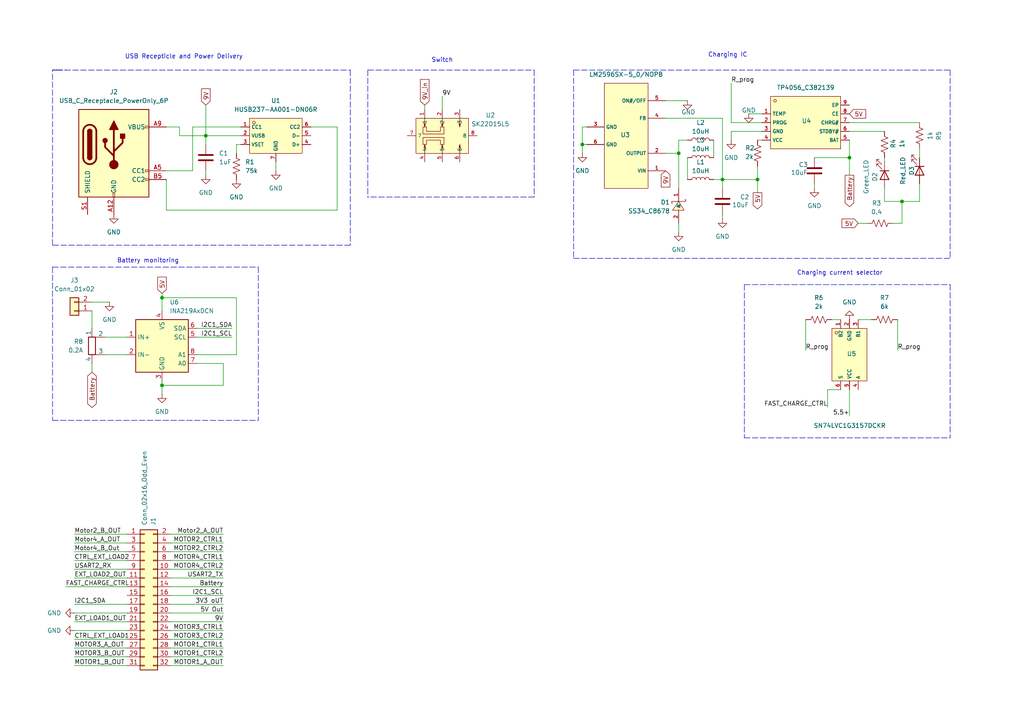
<source format=kicad_sch>
(kicad_sch (version 20231120) (generator "eeschema") (generator_version "8.0")
  (paper "A4")
  (title_block (title "EEE3088_Micro_Mouse_PCB") (date "2025-03-26") (rev "v3.0") (company "University of Cape Town") (comment 1 "@Author: Max Mendelow, Kholofelo Zondi"))
  (lib_symbols
    (symbol "Connector:USB_C_Receptacle_PowerOnly_6P" (pin_names (offset 1.016))
      (property "Reference" "J" (at 0 16.51 0))
      (property "Value" "USB_C_Receptacle_PowerOnly_6P" (at 0 13.97 0))
      (symbol "USB_C_Receptacle_PowerOnly_6P_0_0"
        (rectangle (start -0.254 -12.7) (end 0.254 -11.684))
        (rectangle (start 10.16 -7.366) (end 9.144 -7.874))
        (rectangle (start 10.16 -4.826) (end 9.144 -5.334))
        (rectangle (start 10.16 7.874) (end 9.144 7.366))
      )
      (symbol "USB_C_Receptacle_PowerOnly_6P_0_1"
        (rectangle (start -10.16 12.7) (end 10.16 -12.7) (stroke (width 0.254)) (fill (type background)))
        (arc (start -8.89 -1.27) (mid -6.985 -3.1667) (end -5.08 -1.27) (stroke (width 0.508)))
        (arc (start -7.62 -1.27) (mid -6.985 -1.9023) (end -6.35 -1.27) (stroke (width 0.254)))
        (arc (start -7.62 -1.27) (mid -6.985 -1.9023) (end -6.35 -1.27) (stroke (width 0.254)) (fill (type outline)))
        (rectangle (start -7.62 -1.27) (end -6.35 6.35) (stroke (width 0.254)) (fill (type outline)))
        (arc (start -6.35 6.35) (mid -6.985 6.9823) (end -7.62 6.35) (stroke (width 0.254)))
        (arc (start -6.35 6.35) (mid -6.985 6.9823) (end -7.62 6.35) (stroke (width 0.254)) (fill (type outline)))
        (arc (start -5.08 6.35) (mid -6.985 8.2467) (end -8.89 6.35) (stroke (width 0.508)))
        (circle (center -2.54 3.683) (radius 0.635) (stroke (width 0.254)) (fill (type outline)))
        (circle (center 0 -3.302) (radius 1.27) (fill (type outline)))
        (polyline (pts (xy -8.89 -1.27) (xy -8.89 6.35)) (stroke (width 0.508)))
        (polyline (pts (xy -5.08 6.35) (xy -5.08 -1.27)) (stroke (width 0.508)))
        (polyline (pts (xy 0 -3.302) (xy 0 6.858)) (stroke (width 0.508)))
        (polyline (pts (xy 0 -0.762) (xy -2.54 1.778) (xy -2.54 3.048)) (stroke (width 0.508)))
        (polyline (pts (xy 0 0.508) (xy 2.54 3.048) (xy 2.54 4.318)) (stroke (width 0.508)))
        (polyline (pts (xy -1.27 6.858) (xy 0 9.398) (xy 1.27 6.858) (xy -1.27 6.858)) (stroke (width 0.254)) (fill (type outline)))
        (rectangle (start 1.905 4.318) (end 3.175 5.588) (stroke (width 0.254)) (fill (type outline)))
      )
      (symbol "USB_C_Receptacle_PowerOnly_6P_1_1"
        (pin passive line (at 0 -17.78 90) (length 5.08) (name "GND") (number "A12"))
        (pin bidirectional line (at 15.24 -5.08 180) (length 5.08) (name "CC1") (number "A5"))
        (pin passive line (at 15.24 7.62 180) (length 5.08) (name "VBUS") (number "A9"))
        (pin passive line (at 0 -17.78 90) (length 5.08) hide (name "GND") (number "B12"))
        (pin bidirectional line (at 15.24 -7.62 180) (length 5.08) (name "CC2") (number "B5"))
        (pin passive line (at 15.24 7.62 180) (length 5.08) hide (name "VBUS") (number "B9"))
        (pin passive line (at -7.62 -17.78 90) (length 5.08) (name "SHIELD") (number "S1"))
      )
    )
    (symbol "Connector_Generic:Conn_01x02" (pin_names (offset 1.016) hide)
      (property "Reference" "J" (at 0 2.54 0))
      (property "Value" "Conn_01x02" (at 0 -5.08 0))
      (symbol "Conn_01x02_1_1"
        (rectangle (start -1.27 -2.413) (end 0 -2.667) (stroke (width 0.1524)))
        (rectangle (start -1.27 0.127) (end 0 -0.127) (stroke (width 0.1524)))
        (rectangle (start -1.27 1.27) (end 1.27 -3.81) (stroke (width 0.254)) (fill (type background)))
        (pin passive line (at -5.08 0 0) (length 3.81) (name "Pin_1") (number "1"))
        (pin passive line (at -5.08 -2.54 0) (length 3.81) (name "Pin_2") (number "2"))
      )
    )
    (symbol "Connector_Generic:Conn_02x16_Odd_Even" (pin_names (offset 1.016) hide)
      (property "Reference" "J" (at 1.27 20.32 0))
      (property "Value" "Conn_02x16_Odd_Even" (at 1.27 -22.86 0))
      (symbol "Conn_02x16_Odd_Even_1_1"
        (rectangle (start -1.27 -20.193) (end 0 -20.447) (stroke (width 0.1524)))
        (rectangle (start -1.27 -17.653) (end 0 -17.907) (stroke (width 0.1524)))
        (rectangle (start -1.27 -15.113) (end 0 -15.367) (stroke (width 0.1524)))
        (rectangle (start -1.27 -12.573) (end 0 -12.827) (stroke (width 0.1524)))
        (rectangle (start -1.27 -10.033) (end 0 -10.287) (stroke (width 0.1524)))
        (rectangle (start -1.27 -7.493) (end 0 -7.747) (stroke (width 0.1524)))
        (rectangle (start -1.27 -4.953) (end 0 -5.207) (stroke (width 0.1524)))
        (rectangle (start -1.27 -2.413) (end 0 -2.667) (stroke (width 0.1524)))
        (rectangle (start -1.27 0.127) (end 0 -0.127) (stroke (width 0.1524)))
        (rectangle (start -1.27 2.667) (end 0 2.413) (stroke (width 0.1524)))
        (rectangle (start -1.27 5.207) (end 0 4.953) (stroke (width 0.1524)))
        (rectangle (start -1.27 7.747) (end 0 7.493) (stroke (width 0.1524)))
        (rectangle (start -1.27 10.287) (end 0 10.033) (stroke (width 0.1524)))
        (rectangle (start -1.27 12.827) (end 0 12.573) (stroke (width 0.1524)))
        (rectangle (start -1.27 15.367) (end 0 15.113) (stroke (width 0.1524)))
        (rectangle (start -1.27 17.907) (end 0 17.653) (stroke (width 0.1524)))
        (rectangle (start -1.27 19.05) (end 3.81 -21.59) (stroke (width 0.254)) (fill (type background)))
        (rectangle (start 3.81 -20.193) (end 2.54 -20.447) (stroke (width 0.1524)))
        (rectangle (start 3.81 -17.653) (end 2.54 -17.907) (stroke (width 0.1524)))
        (rectangle (start 3.81 -15.113) (end 2.54 -15.367) (stroke (width 0.1524)))
        (rectangle (start 3.81 -12.573) (end 2.54 -12.827) (stroke (width 0.1524)))
        (rectangle (start 3.81 -10.033) (end 2.54 -10.287) (stroke (width 0.1524)))
        (rectangle (start 3.81 -7.493) (end 2.54 -7.747) (stroke (width 0.1524)))
        (rectangle (start 3.81 -4.953) (end 2.54 -5.207) (stroke (width 0.1524)))
        (rectangle (start 3.81 -2.413) (end 2.54 -2.667) (stroke (width 0.1524)))
        (rectangle (start 3.81 0.127) (end 2.54 -0.127) (stroke (width 0.1524)))
        (rectangle (start 3.81 2.667) (end 2.54 2.413) (stroke (width 0.1524)))
        (rectangle (start 3.81 5.207) (end 2.54 4.953) (stroke (width 0.1524)))
        (rectangle (start 3.81 7.747) (end 2.54 7.493) (stroke (width 0.1524)))
        (rectangle (start 3.81 10.287) (end 2.54 10.033) (stroke (width 0.1524)))
        (rectangle (start 3.81 12.827) (end 2.54 12.573) (stroke (width 0.1524)))
        (rectangle (start 3.81 15.367) (end 2.54 15.113) (stroke (width 0.1524)))
        (rectangle (start 3.81 17.907) (end 2.54 17.653) (stroke (width 0.1524)))
        (pin passive line (at -5.08 17.78 0) (length 3.81) (name "Pin_1") (number "1"))
        (pin passive line (at 7.62 7.62 180) (length 3.81) (name "Pin_10") (number "10"))
        (pin passive line (at -5.08 5.08 0) (length 3.81) (name "Pin_11") (number "11"))
        (pin passive line (at 7.62 5.08 180) (length 3.81) (name "Pin_12") (number "12"))
        (pin passive line (at -5.08 2.54 0) (length 3.81) (name "Pin_13") (number "13"))
        (pin passive line (at 7.62 2.54 180) (length 3.81) (name "Pin_14") (number "14"))
        (pin passive line (at -5.08 0 0) (length 3.81) (name "Pin_15") (number "15"))
        (pin passive line (at 7.62 0 180) (length 3.81) (name "Pin_16") (number "16"))
        (pin passive line (at -5.08 -2.54 0) (length 3.81) (name "Pin_17") (number "17"))
        (pin passive line (at 7.62 -2.54 180) (length 3.81) (name "Pin_18") (number "18"))
        (pin passive line (at -5.08 -5.08 0) (length 3.81) (name "Pin_19") (number "19"))
        (pin passive line (at 7.62 17.78 180) (length 3.81) (name "Pin_2") (number "2"))
        (pin passive line (at 7.62 -5.08 180) (length 3.81) (name "Pin_20") (number "20"))
        (pin passive line (at -5.08 -7.62 0) (length 3.81) (name "Pin_21") (number "21"))
        (pin passive line (at 7.62 -7.62 180) (length 3.81) (name "Pin_22") (number "22"))
        (pin passive line (at -5.08 -10.16 0) (length 3.81) (name "Pin_23") (number "23"))
        (pin passive line (at 7.62 -10.16 180) (length 3.81) (name "Pin_24") (number "24"))
        (pin passive line (at -5.08 -12.7 0) (length 3.81) (name "Pin_25") (number "25"))
        (pin passive line (at 7.62 -12.7 180) (length 3.81) (name "Pin_26") (number "26"))
        (pin passive line (at -5.08 -15.24 0) (length 3.81) (name "Pin_27") (number "27"))
        (pin passive line (at 7.62 -15.24 180) (length 3.81) (name "Pin_28") (number "28"))
        (pin passive line (at -5.08 -17.78 0) (length 3.81) (name "Pin_29") (number "29"))
        (pin passive line (at -5.08 15.24 0) (length 3.81) (name "Pin_3") (number "3"))
        (pin passive line (at 7.62 -17.78 180) (length 3.81) (name "Pin_30") (number "30"))
        (pin passive line (at -5.08 -20.32 0) (length 3.81) (name "Pin_31") (number "31"))
        (pin passive line (at 7.62 -20.32 180) (length 3.81) (name "Pin_32") (number "32"))
        (pin passive line (at 7.62 15.24 180) (length 3.81) (name "Pin_4") (number "4"))
        (pin passive line (at -5.08 12.7 0) (length 3.81) (name "Pin_5") (number "5"))
        (pin passive line (at 7.62 12.7 180) (length 3.81) (name "Pin_6") (number "6"))
        (pin passive line (at -5.08 10.16 0) (length 3.81) (name "Pin_7") (number "7"))
        (pin passive line (at 7.62 10.16 180) (length 3.81) (name "Pin_8") (number "8"))
        (pin passive line (at -5.08 7.62 0) (length 3.81) (name "Pin_9") (number "9"))
      )
    )
    (symbol "Device:C" (pin_numbers hide) (pin_names (offset 0.254))
      (property "Reference" "C" (at 0.635 2.54 0))
      (property "Value" "C" (at 0.635 -2.54 0))
      (symbol "C_0_1"
        (polyline (pts (xy -2.032 -0.762) (xy 2.032 -0.762)) (stroke (width 0.508)))
        (polyline (pts (xy -2.032 0.762) (xy 2.032 0.762)) (stroke (width 0.508)))
      )
      (symbol "C_1_1"
        (pin passive line (at 0 3.81 270) (length 2.794) (name "~") (number "1"))
        (pin passive line (at 0 -3.81 90) (length 2.794) (name "~") (number "2"))
      )
    )
    (symbol "Device:L" (pin_numbers hide) (pin_names (offset 1.016) hide)
      (property "Reference" "L" (at -1.27 0 90))
      (property "Value" "L" (at 1.905 0 90))
      (symbol "L_0_1"
        (arc (start 0 -2.54) (mid 0.6323 -1.905) (end 0 -1.27))
        (arc (start 0 -1.27) (mid 0.6323 -0.635) (end 0 0))
        (arc (start 0 0) (mid 0.6323 0.635) (end 0 1.27))
        (arc (start 0 1.27) (mid 0.6323 1.905) (end 0 2.54))
      )
      (symbol "L_1_1"
        (pin passive line (at 0 3.81 270) (length 1.27) (name "1") (number "1"))
        (pin passive line (at 0 -3.81 90) (length 1.27) (name "2") (number "2"))
      )
    )
    (symbol "Device:LED" (pin_numbers hide) (pin_names (offset 1.016) hide)
      (property "Reference" "D" (at 0 2.54 0))
      (property "Value" "LED" (at 0 -2.54 0))
      (symbol "LED_0_1"
        (polyline (pts (xy -1.27 -1.27) (xy -1.27 1.27)) (stroke (width 0.254)))
        (polyline (pts (xy -1.27 0) (xy 1.27 0)))
        (polyline (pts (xy 1.27 -1.27) (xy 1.27 1.27) (xy -1.27 0) (xy 1.27 -1.27)) (stroke (width 0.254)))
        (polyline (pts (xy -3.048 -0.762) (xy -4.572 -2.286) (xy -3.81 -2.286) (xy -4.572 -2.286) (xy -4.572 -1.524)))
        (polyline (pts (xy -1.778 -0.762) (xy -3.302 -2.286) (xy -2.54 -2.286) (xy -3.302 -2.286) (xy -3.302 -1.524)))
      )
      (symbol "LED_1_1"
        (pin passive line (at -3.81 0 0) (length 2.54) (name "K") (number "1"))
        (pin passive line (at 3.81 0 180) (length 2.54) (name "A") (number "2"))
      )
    )
    (symbol "Device:R_Shunt" (pin_numbers hide) (pin_names (offset 0))
      (property "Reference" "R" (at -4.445 0 90))
      (property "Value" "R_Shunt" (at -2.54 0 90))
      (symbol "R_Shunt_0_1"
        (rectangle (start -1.016 -2.54) (end 1.016 2.54) (stroke (width 0.254)))
        (polyline (pts (xy 0 -2.54) (xy 1.27 -2.54)))
        (polyline (pts (xy 1.27 2.54) (xy 0 2.54)))
      )
      (symbol "R_Shunt_1_1"
        (pin passive line (at 0 5.08 270) (length 2.54) (name "1") (number "1"))
        (pin passive line (at 3.81 2.54 180) (length 2.54) (name "2") (number "2"))
        (pin passive line (at 3.81 -2.54 180) (length 2.54) (name "3") (number "3"))
        (pin passive line (at 0 -5.08 90) (length 2.54) (name "4") (number "4"))
      )
    )
    (symbol "Device:R_US" (pin_numbers hide) (pin_names (offset 0))
      (property "Reference" "R" (at 2.54 0 90))
      (property "Value" "R_US" (at -2.54 0 90))
      (symbol "R_US_0_1"
        (polyline (pts (xy 0 -2.286) (xy 0 -2.54)))
        (polyline (pts (xy 0 2.286) (xy 0 2.54)))
        (polyline (pts (xy 0 -0.762) (xy 1.016 -1.143) (xy 0 -1.524) (xy -1.016 -1.905) (xy 0 -2.286)))
        (polyline (pts (xy 0 0.762) (xy 1.016 0.381) (xy 0 0) (xy -1.016 -0.381) (xy 0 -0.762)))
        (polyline (pts (xy 0 2.286) (xy 1.016 1.905) (xy 0 1.524) (xy -1.016 1.143) (xy 0 0.762)))
      )
      (symbol "R_US_1_1"
        (pin passive line (at 0 3.81 270) (length 1.27) (name "~") (number "1"))
        (pin passive line (at 0 -3.81 90) (length 1.27) (name "~") (number "2"))
      )
    )
    (symbol "HUSB237-AA001-DN06R:HUSB237-AA001-DN06R"
      (property "Reference" "U" (at 0 1.27 0))
      (property "Value" "HUSB237-AA001-DN06R" (at 0 -2.54 0))
      (symbol "HUSB237-AA001-DN06R_0_1"
        (rectangle (start -7.62 5.08) (end 7.62 -5.08) (fill (type background)))
        (circle (center -6.35 3.81) (radius 0.381) (fill (type background)))
        (pin unspecified line (at -10.16 2.54 0) (length 2.54) (name "CC1") (number "1"))
        (pin unspecified line (at -10.16 0 0) (length 2.54) (name "VUSB") (number "2"))
        (pin unspecified line (at -10.16 -2.54 0) (length 2.54) (name "VSET") (number "3"))
        (pin unspecified line (at 10.16 -2.54 180) (length 2.54) (name "D+") (number "4"))
        (pin unspecified line (at 10.16 0 180) (length 2.54) (name "D-") (number "5"))
        (pin unspecified line (at 10.16 2.54 180) (length 2.54) (name "CC2") (number "6"))
        (pin unspecified line (at 0 -7.62 90) (length 2.54) (name "GND") (number "7"))
      )
    )
    (symbol "LM2596SX-5_0/NOPB:LM2596SX-5_0/NOPB"
      (property "Reference" "U" (at 0 1.27 0))
      (property "Value" "LM2596SX-5_0{slash}NOPB" (at 0 -2.54 0))
      (symbol "LM2596SX-5_0/NOPB_0_1"
        (rectangle (start -6.35 15.24) (end 6.35 -15.24) (fill (type background)))
        (pin unspecified line (at 11.43 -10.16 180) (length 5.08) (name "VIN") (number "1"))
        (pin unspecified line (at 11.43 -5.08 180) (length 5.08) (name "OUTPUT") (number "2"))
        (pin unspecified line (at -11.43 2.54 0) (length 5.08) (name "GND") (number "3"))
        (pin unspecified line (at 11.43 5.08 180) (length 5.08) (name "FB") (number "4"))
        (pin unspecified line (at 11.43 10.16 180) (length 5.08) (name "ON#/OFF") (number "5"))
        (pin unspecified line (at -11.43 -2.54 0) (length 5.08) (name "GND") (number "6"))
      )
    )
    (symbol "SK22D15L5:SK22D15L5"
      (property "Reference" "U" (at 0 1.27 0))
      (property "Value" "SK22D15L5" (at 0 -2.54 0))
      (symbol "SK22D15L5_0_1"
        (rectangle (start -7.62 5.08) (end 7.62 -5.08) (fill (type background)))
        (polyline (pts (xy -5.08 -2.54) (xy -5.334 -3.556)))
        (polyline (pts (xy -5.08 2.54) (xy -5.334 3.556)))
        (polyline (pts (xy 0 -2.54) (xy 0.254 -3.556)))
        (polyline (pts (xy 0 2.54) (xy 0.254 3.556)))
        (polyline (pts (xy 5.08 -2.54) (xy 5.334 -3.556)))
        (polyline (pts (xy 5.08 2.54) (xy 5.334 3.556)))
        (polyline (pts (xy -5.08 -5.08) (xy -5.08 -2.54) (xy -4.826 -3.556)))
        (polyline (pts (xy -5.08 5.08) (xy -5.08 2.54) (xy -4.826 3.556)))
        (polyline (pts (xy 0 -5.08) (xy 0 -2.54) (xy -0.254 -3.556)))
        (polyline (pts (xy 0 5.08) (xy 0 2.54) (xy -0.254 3.556)))
        (polyline (pts (xy 5.08 -5.08) (xy 5.08 -2.54) (xy 4.826 -3.556)))
        (polyline (pts (xy 5.08 5.08) (xy 5.08 2.54) (xy 4.826 3.556)))
        (polyline (pts (xy -5.588 -1.27) (xy -5.588 -2.54) (xy -4.572 -2.54) (xy -4.572 -1.27) (xy -0.508 -1.27) (xy -0.508 -1.778) (xy -0.508 -2.54) (xy 0.508 -2.54) (xy 0.508 -0.508) (xy -5.588 -0.508) (xy -5.588 -1.27)))
        (polyline (pts (xy -5.588 1.27) (xy -5.588 2.54) (xy -4.572 2.54) (xy -4.572 1.27) (xy -0.508 1.27) (xy -0.508 1.778) (xy -0.508 2.54) (xy 0.508 2.54) (xy 0.508 0.508) (xy -5.588 0.508) (xy -5.588 1.27)))
        (pin unspecified line (at -5.08 7.62 270) (length 2.54) (name "1") (number "1"))
        (pin unspecified line (at 0 7.62 270) (length 2.54) (name "2") (number "2"))
        (pin unspecified line (at 5.08 7.62 270) (length 2.54) (name "3") (number "3"))
        (pin unspecified line (at -5.08 -7.62 90) (length 2.54) (name "4") (number "4"))
        (pin unspecified line (at 0 -7.62 90) (length 2.54) (name "5") (number "5"))
        (pin unspecified line (at 5.08 -7.62 90) (length 2.54) (name "6") (number "6"))
        (pin unspecified line (at -10.16 0 0) (length 2.54) (name "7") (number "7"))
        (pin unspecified line (at 10.16 0 180) (length 2.54) (name "8") (number "8"))
      )
    )
    (symbol "SN74LVC1G3157DCKR:SN74LVC1G3157DCKR"
      (property "Reference" "U" (at 0 1.27 0))
      (property "Value" "SN74LVC1G3157DCKR" (at 0 -2.54 0))
      (symbol "SN74LVC1G3157DCKR_0_1"
        (rectangle (start -7.62 5.08) (end 7.62 -5.08) (fill (type background)))
        (circle (center -6.35 3.81) (radius 0.381) (fill (type background)))
        (pin unspecified line (at -10.16 2.54 0) (length 2.54) (name "B2") (number "1"))
        (pin unspecified line (at -10.16 0 0) (length 2.54) (name "GND") (number "2"))
        (pin unspecified line (at -10.16 -2.54 0) (length 2.54) (name "B1") (number "3"))
        (pin unspecified line (at 10.16 -2.54 180) (length 2.54) (name "A") (number "4"))
        (pin unspecified line (at 10.16 0 180) (length 2.54) (name "VCC") (number "5"))
        (pin unspecified line (at 10.16 2.54 180) (length 2.54) (name "S") (number "6"))
      )
    )
    (symbol "SS34_C8678:SS34_C8678"
      (property "Reference" "D" (at 0 1.27 0))
      (property "Value" "SS34_C8678" (at 0 -2.54 0))
      (symbol "SS34_C8678_0_1"
        (polyline (pts (xy -1.27 0) (xy -1.27 -2.032) (xy -0.762 -2.032) (xy -0.762 -1.778)))
        (polyline (pts (xy -1.27 0) (xy -1.27 2.032) (xy -1.778 2.032) (xy -1.778 1.778)))
        (polyline (pts (xy 1.27 1.524) (xy -1.27 0) (xy 1.27 -1.778) (xy 1.27 1.524)) (fill (type background)))
        (pin unspecified line (at -5.08 0 0) (length 3.81) (name "K") (number "1"))
        (pin unspecified line (at 5.08 0 180) (length 3.81) (name "A") (number "2"))
      )
    )
    (symbol "Sensor_Energy:INA219AxDCN"
      (property "Reference" "U" (at -6.35 8.89 0))
      (property "Value" "INA219AxDCN" (at 6.35 8.89 0))
      (symbol "INA219AxDCN_0_1"
        (rectangle (start -7.62 7.62) (end 7.62 -7.62) (stroke (width 0.254)) (fill (type background)))
      )
      (symbol "INA219AxDCN_1_1"
        (pin input line (at -10.16 2.54 0) (length 2.54) (name "IN+") (number "1"))
        (pin input line (at -10.16 -2.54 0) (length 2.54) (name "IN-") (number "2"))
        (pin power_in line (at 0 -10.16 90) (length 2.54) (name "GND") (number "3"))
        (pin power_in line (at 0 10.16 270) (length 2.54) (name "VS") (number "4"))
        (pin input line (at 10.16 2.54 180) (length 2.54) (name "SCL") (number "5"))
        (pin bidirectional line (at 10.16 5.08 180) (length 2.54) (name "SDA") (number "6"))
        (pin input line (at 10.16 -5.08 180) (length 2.54) (name "A0") (number "7"))
        (pin input line (at 10.16 -2.54 180) (length 2.54) (name "A1") (number "8"))
      )
    )
    (symbol "TP4056_C382139:TP4056_C382139"
      (property "Reference" "U" (at 0 1.27 0))
      (property "Value" "TP4056_C382139" (at 0 -2.54 0))
      (symbol "TP4056_C382139_0_1"
        (rectangle (start -10.16 7.62) (end 10.16 -7.62) (fill (type background)))
        (circle (center -8.89 6.35) (radius 0.381) (fill (type background)))
        (pin unspecified line (at -12.7 2.54 0) (length 2.54) (name "TEMP") (number "1"))
        (pin unspecified line (at -12.7 0 0) (length 2.54) (name "PROG") (number "2"))
        (pin unspecified line (at -12.7 -2.54 0) (length 2.54) (name "GND") (number "3"))
        (pin unspecified line (at -12.7 -5.08 0) (length 2.54) (name "VCC") (number "4"))
        (pin unspecified line (at 12.7 -5.08 180) (length 2.54) (name "BAT") (number "5"))
        (pin unspecified line (at 12.7 -2.54 180) (length 2.54) (name "STDBY#") (number "6"))
        (pin unspecified line (at 12.7 0 180) (length 2.54) (name "CHRG#") (number "7"))
        (pin unspecified line (at 12.7 2.54 180) (length 2.54) (name "CE") (number "8"))
        (pin unspecified line (at 12.7 5.08 180) (length 2.54) (name "EP") (number "9"))
      )
    )
    (symbol "power:GND" (power) (pin_numbers hide) (pin_names (offset 0) hide)
      (property "Value" "GND" (at 0 -3.81 0))
      (symbol "GND_0_1"
        (polyline (pts (xy 0 0) (xy 0 -1.27) (xy 1.27 -1.27) (xy 0 -2.54) (xy -1.27 -1.27) (xy 0 -1.27)))
      )
      (symbol "GND_1_1"
        (pin power_in line (at 0 0 270) (length 0) (name "~") (number "1"))
      )
    )
  )
  (junction (at 59.69 39.37))
  (junction (at 46.99 86.36))
  (junction (at 46.99 111.76))
  (junction (at 168.91 41.91))
  (junction (at 246.38 45.72))
  (junction (at 261.62 58.42))
  (junction (at 219.71 52.07))
  (junction (at 196.85 44.45))
  (junction (at 209.55 52.07))
  (wire (pts (xy 196.85 44.45) (xy 196.85 54.61)))
  (wire (pts (xy 36.83 165.1) (xy 21.59 165.1)))
  (wire (pts (xy 212.09 35.56) (xy 212.09 24.13)))
  (wire (pts (xy 243.84 113.03) (xy 240.03 113.03)))
  (wire (pts (xy 196.85 67.31) (xy 196.85 64.77)))
  (wire (pts (xy 261.62 58.42) (xy 261.62 64.77)))
  (polyline (pts (xy 15.24 20.32) (xy 16.51 20.32)) (stroke (width 0) (type dash)))
  (wire (pts (xy 207.01 40.64) (xy 207.01 45.72)))
  (wire (pts (xy 49.53 185.42) (xy 64.77 185.42)))
  (wire (pts (xy 48.26 36.83) (xy 52.07 36.83)))
  (polyline (pts (xy 74.93 77.47) (xy 74.93 121.92)) (stroke (width 0) (type dash)))
  (wire (pts (xy 260.35 92.71) (xy 260.35 101.6)))
  (wire (pts (xy 49.53 165.1) (xy 64.77 165.1)))
  (wire (pts (xy 168.91 36.83) (xy 168.91 41.91)))
  (polyline (pts (xy 215.9 82.55) (xy 215.9 127)) (stroke (width 0) (type dash)))
  (wire (pts (xy 59.69 39.37) (xy 59.69 41.91)))
  (wire (pts (xy 236.22 45.72) (xy 246.38 45.72)))
  (wire (pts (xy 49.53 182.88) (xy 64.77 182.88)))
  (wire (pts (xy 246.38 45.72) (xy 246.38 40.64)))
  (polyline (pts (xy 15.24 77.47) (xy 15.24 121.92)) (stroke (width 0) (type dash)))
  (wire (pts (xy 196.85 44.45) (xy 196.85 40.64)))
  (wire (pts (xy 49.53 177.8) (xy 64.77 177.8)))
  (polyline (pts (xy 106.68 20.32) (xy 106.68 57.15)) (stroke (width 0) (type dash)))
  (polyline (pts (xy 101.6 20.32) (xy 101.6 71.12)) (stroke (width 0) (type dash)))
  (wire (pts (xy 52.07 39.37) (xy 59.69 39.37)))
  (wire (pts (xy 217.17 33.02) (xy 220.98 33.02)))
  (wire (pts (xy 68.58 86.36) (xy 46.99 86.36)))
  (wire (pts (xy 168.91 41.91) (xy 170.18 41.91)))
  (wire (pts (xy 193.04 34.29) (xy 209.55 34.29)))
  (wire (pts (xy 196.85 40.64) (xy 199.39 40.64)))
  (wire (pts (xy 209.55 52.07) (xy 209.55 54.61)))
  (wire (pts (xy 46.99 85.09) (xy 46.99 86.36)))
  (polyline (pts (xy 101.6 71.12) (xy 15.24 71.12)) (stroke (width 0) (type dash)))
  (polyline (pts (xy 275.59 20.32) (xy 275.59 74.93)) (stroke (width 0) (type dash)))
  (wire (pts (xy 21.59 157.48) (xy 36.83 157.48)))
  (wire (pts (xy 236.22 54.61) (xy 236.22 53.34)))
  (polyline (pts (xy 166.37 20.32) (xy 275.59 20.32)) (stroke (width 0) (type dash)))
  (wire (pts (xy 26.67 87.63) (xy 31.75 87.63)))
  (wire (pts (xy 97.79 36.83) (xy 97.79 60.96)))
  (wire (pts (xy 59.69 50.8) (xy 59.69 49.53)))
  (wire (pts (xy 256.54 58.42) (xy 261.62 58.42)))
  (wire (pts (xy 219.71 52.07) (xy 219.71 55.88)))
  (wire (pts (xy 209.55 62.23) (xy 209.55 63.5)))
  (wire (pts (xy 26.67 105.41) (xy 26.67 107.95)))
  (wire (pts (xy 26.67 90.17) (xy 26.67 95.25)))
  (wire (pts (xy 193.04 44.45) (xy 196.85 44.45)))
  (polyline (pts (xy 215.9 127) (xy 275.59 127)) (stroke (width 0) (type dash)))
  (wire (pts (xy 246.38 120.65) (xy 246.38 113.03)))
  (wire (pts (xy 49.53 180.34) (xy 64.77 180.34)))
  (wire (pts (xy 49.53 170.18) (xy 64.77 170.18)))
  (wire (pts (xy 36.83 167.64) (xy 21.59 167.64)))
  (wire (pts (xy 52.07 36.83) (xy 52.07 39.37)))
  (wire (pts (xy 69.85 41.91) (xy 68.58 41.91)))
  (wire (pts (xy 248.92 64.77) (xy 251.46 64.77)))
  (wire (pts (xy 57.15 102.87) (xy 68.58 102.87)))
  (wire (pts (xy 36.83 182.88) (xy 21.59 182.88)))
  (wire (pts (xy 49.53 190.5) (xy 64.77 190.5)))
  (wire (pts (xy 36.83 185.42) (xy 21.59 185.42)))
  (wire (pts (xy 21.59 175.26) (xy 36.83 175.26)))
  (polyline (pts (xy 154.94 57.15) (xy 106.68 57.15)) (stroke (width 0) (type dash)))
  (wire (pts (xy 49.53 193.04) (xy 64.77 193.04)))
  (wire (pts (xy 128.27 27.94) (xy 128.27 31.75)))
  (wire (pts (xy 55.88 49.53) (xy 48.26 49.53)))
  (wire (pts (xy 49.53 160.02) (xy 64.77 160.02)))
  (wire (pts (xy 46.99 111.76) (xy 46.99 114.3)))
  (wire (pts (xy 256.54 46.99) (xy 256.54 45.72)))
  (polyline (pts (xy 15.24 71.12) (xy 15.24 20.32)) (stroke (width 0) (type dash)))
  (polyline (pts (xy 275.59 82.55) (xy 275.59 127)) (stroke (width 0) (type dash)))
  (wire (pts (xy 259.08 64.77) (xy 261.62 64.77)))
  (wire (pts (xy 68.58 41.91) (xy 68.58 44.45)))
  (wire (pts (xy 90.17 36.83) (xy 97.79 36.83)))
  (wire (pts (xy 199.39 45.72) (xy 199.39 52.07)))
  (wire (pts (xy 246.38 45.72) (xy 246.38 50.8)))
  (wire (pts (xy 69.85 36.83) (xy 55.88 36.83)))
  (wire (pts (xy 241.3 92.71) (xy 243.84 92.71)))
  (wire (pts (xy 256.54 54.61) (xy 256.54 58.42)))
  (polyline (pts (xy 215.9 82.55) (xy 275.59 82.55)) (stroke (width 0) (type dash)))
  (wire (pts (xy 36.83 193.04) (xy 21.59 193.04)))
  (polyline (pts (xy 15.24 77.47) (xy 74.93 77.47)) (stroke (width 0) (type dash)))
  (wire (pts (xy 30.48 97.79) (xy 36.83 97.79)))
  (polyline (pts (xy 154.94 20.32) (xy 154.94 57.15)) (stroke (width 0) (type dash)))
  (wire (pts (xy 49.53 154.94) (xy 64.77 154.94)))
  (wire (pts (xy 68.58 102.87) (xy 68.58 86.36)))
  (polyline (pts (xy 15.24 121.92) (xy 74.93 121.92)) (stroke (width 0) (type dash)))
  (wire (pts (xy 80.01 49.53) (xy 80.01 46.99)))
  (wire (pts (xy 219.71 48.26) (xy 219.71 52.07)))
  (wire (pts (xy 123.19 30.48) (xy 123.19 31.75)))
  (polyline (pts (xy 16.51 20.32) (xy 19.05 20.32)) (stroke (width 0) (type dash)))
  (wire (pts (xy 48.26 60.96) (xy 48.26 52.07)))
  (wire (pts (xy 246.38 38.1) (xy 256.54 38.1)))
  (wire (pts (xy 212.09 40.64) (xy 212.09 38.1)))
  (polyline (pts (xy 15.24 20.32) (xy 16.51 20.32)) (stroke (width 0) (type dash)))
  (wire (pts (xy 49.53 162.56) (xy 64.77 162.56)))
  (wire (pts (xy 57.15 95.25) (xy 67.31 95.25)))
  (wire (pts (xy 49.53 167.64) (xy 64.77 167.64)))
  (wire (pts (xy 220.98 35.56) (xy 212.09 35.56)))
  (wire (pts (xy 49.53 157.48) (xy 64.77 157.48)))
  (wire (pts (xy 170.18 36.83) (xy 168.91 36.83)))
  (wire (pts (xy 212.09 38.1) (xy 220.98 38.1)))
  (wire (pts (xy 55.88 36.83) (xy 55.88 49.53)))
  (wire (pts (xy 266.7 53.34) (xy 266.7 58.42)))
  (wire (pts (xy 266.7 35.56) (xy 246.38 35.56)))
  (wire (pts (xy 46.99 86.36) (xy 46.99 90.17)))
  (wire (pts (xy 36.83 190.5) (xy 21.59 190.5)))
  (wire (pts (xy 193.04 29.21) (xy 199.39 29.21)))
  (wire (pts (xy 21.59 154.94) (xy 36.83 154.94)))
  (wire (pts (xy 49.53 187.96) (xy 64.77 187.96)))
  (wire (pts (xy 30.48 102.87) (xy 36.83 102.87)))
  (polyline (pts (xy 166.37 74.93) (xy 275.59 74.93)) (stroke (width 0) (type dash)))
  (polyline (pts (xy 16.51 20.32) (xy 101.6 20.32)) (stroke (width 0) (type dash)))
  (wire (pts (xy 233.68 92.71) (xy 233.68 101.6)))
  (polyline (pts (xy 166.37 20.32) (xy 166.37 74.93)) (stroke (width 0) (type dash)))
  (wire (pts (xy 209.55 34.29) (xy 209.55 52.07)))
  (wire (pts (xy 207.01 52.07) (xy 209.55 52.07)))
  (wire (pts (xy 21.59 160.02) (xy 36.83 160.02)))
  (wire (pts (xy 209.55 52.07) (xy 219.71 52.07)))
  (wire (pts (xy 57.15 105.41) (xy 64.77 105.41)))
  (wire (pts (xy 49.53 175.26) (xy 64.77 175.26)))
  (wire (pts (xy 252.73 92.71) (xy 248.92 92.71)))
  (wire (pts (xy 36.83 180.34) (xy 21.59 180.34)))
  (wire (pts (xy 266.7 45.72) (xy 266.7 43.18)))
  (wire (pts (xy 261.62 58.42) (xy 266.7 58.42)))
  (wire (pts (xy 36.83 162.56) (xy 21.59 162.56)))
  (wire (pts (xy 219.71 40.64) (xy 220.98 40.64)))
  (wire (pts (xy 240.03 113.03) (xy 240.03 118.11)))
  (wire (pts (xy 19.05 170.18) (xy 36.83 170.18)))
  (polyline (pts (xy 106.68 20.32) (xy 154.94 20.32)) (stroke (width 0) (type dash)))
  (wire (pts (xy 36.83 177.8) (xy 21.59 177.8)))
  (wire (pts (xy 49.53 172.72) (xy 64.77 172.72)))
  (wire (pts (xy 59.69 30.48) (xy 59.69 39.37)))
  (wire (pts (xy 46.99 111.76) (xy 64.77 111.76)))
  (wire (pts (xy 36.83 187.96) (xy 21.59 187.96)))
  (wire (pts (xy 97.79 60.96) (xy 48.26 60.96)))
  (wire (pts (xy 57.15 97.79) (xy 67.31 97.79)))
  (wire (pts (xy 59.69 39.37) (xy 69.85 39.37)))
  (wire (pts (xy 64.77 105.41) (xy 64.77 111.76)))
  (wire (pts (xy 46.99 110.49) (xy 46.99 111.76)))
  (wire (pts (xy 168.91 41.91) (xy 168.91 44.45)))
  (text "USB Recepticle and Power Delivery\n" (at 53.34 16.51 0) (effects (font (size 1.27 1.27))))
  (text "Charging IC\n" (at 211.074 16.002 0) (effects (font (size 1.27 1.27))))
  (text "Charging current selector" (at 243.586 79.248 0) (effects (font (size 1.27 1.27))))
  (text "Switch" (at 128.27 17.526 0) (effects (font (size 1.27 1.27))))
  (text "Battery monitoring" (at 42.926 75.692 0) (effects (font (size 1.27 1.27))))
  (label "EXT_LOAD2_OUT" (at 21.59 167.64 0))
  (label "FAST_CHARGE_CTRL" (at 240.03 118.11 180))
  (label "MOTOR2_CTRL2" (at 64.77 160.02 180))
  (label "Motor2_A_OUT" (at 64.77 154.94 180))
  (label "9V" (at 128.27 27.94 0))
  (label "R_prog" (at 260.35 101.6 0))
  (label "R_prog" (at 212.09 24.13 0))
  (label "FAST_CHARGE_CTRL" (at 19.05 170.18 0))
  (label "CTRL_EXT_LOAD1" (at 21.59 185.42 0))
  (label "3V3 oUT" (at 64.77 175.26 180))
  (label "MOTOR1_A_OUT" (at 64.77 193.04 180))
  (label "I2C1_SDA" (at 21.59 175.26 0))
  (label "9V" (at 64.77 180.34 180))
  (label "5.5+" (at 246.38 120.65 180))
  (label "MOTOR2_CTRL1" (at 64.77 157.48 180))
  (label "I2C1_SCL" (at 67.31 97.79 180))
  (label "Battery" (at 64.77 170.18 180))
  (label "USART2_TX" (at 64.77 167.64 180))
  (label "MOTOR4_CTRL1" (at 64.77 162.56 180))
  (label "MOTOR3_CTRL1" (at 64.77 182.88 180))
  (label "MOTOR1_CTRL1" (at 64.77 187.96 180))
  (label "Motor4_A_OUT" (at 21.59 157.48 0))
  (label "R_prog" (at 233.68 101.6 0))
  (label "MOTOR3_A_OUT" (at 21.59 187.96 0))
  (label "I2C1_SCL" (at 64.77 172.72 180))
  (label "MOTOR1_CTRL2" (at 64.77 190.5 180))
  (label "MOTOR4_CTRL2" (at 64.77 165.1 180))
  (label "I2C1_SDA" (at 67.31 95.25 180))
  (label "CTRL_EXT_LOAD2" (at 21.59 162.56 0))
  (label "EXT_LOAD1_OUT" (at 21.59 180.34 0))
  (label "Motor4_B_Out" (at 21.59 160.02 0))
  (label "USART2_RX" (at 21.59 165.1 0))
  (label "MOTOR3_CTRL2" (at 64.77 185.42 180))
  (label "MOTOR3_B_OUT" (at 21.59 190.5 0))
  (label "Motor2_B_OUT" (at 21.59 154.94 0))
  (label "MOTOR1_B_OUT" (at 21.59 193.04 0))
  (label "5V Out" (at 64.77 177.8 180))
  (global_label "9V" (shape input) (at 193.04 49.53 270) (property "Intersheetrefs" "${INTERSHEET_REFS}" (effects (hide yes))))
  (global_label "5V" (shape input) (at 248.92 64.77 180) (property "Intersheetrefs" "${INTERSHEET_REFS}" (effects (hide yes))))
  (global_label "5V" (shape output) (at 219.71 55.88 270) (property "Intersheetrefs" "${INTERSHEET_REFS}" (effects (hide yes))))
  (global_label "5V" (shape input) (at 46.99 85.09 90) (property "Intersheetrefs" "${INTERSHEET_REFS}" (effects (hide yes))))
  (global_label "5V" (shape input) (at 246.38 33.02 0) (property "Intersheetrefs" "${INTERSHEET_REFS}" (effects (hide yes))))
  (global_label "9V" (shape input) (at 59.69 30.48 90) (property "Intersheetrefs" "${INTERSHEET_REFS}" (effects (hide yes))))
  (global_label "Battery" (shape bidirectional) (at 26.67 107.95 270) (property "Intersheetrefs" "${INTERSHEET_REFS}" (effects (hide yes))))
  (global_label "9V_in" (shape input) (at 123.19 30.48 90) (property "Intersheetrefs" "${INTERSHEET_REFS}" (effects (hide yes))))
  (global_label "Battery" (shape output) (at 246.38 50.8 270) (property "Intersheetrefs" "${INTERSHEET_REFS}" (effects (hide yes))))
  (symbol (lib_id "LM2596SX-5_0/NOPB:LM2596SX-5_0/NOPB") (at 181.61 39.37 0) (unit 1)
    (property "Reference" "U3" (at 181.356 39.116 0))
    (property "Value" "LM2596SX-5_0/NOPB" (at 181.61 21.59 0))
    (property "Footprint" "xxcustom_footprint:TO-263-5_L10.2-W8.9-P1.70-TL" (effects (hide yes)))
    (property "Datasheet" "https://item.szlcsc.com/144450.html" (effects (hide yes)))
    (property "LCSC" "C10002" (effects (hide yes)))
  )
  (symbol (lib_id "power:GND") (at 46.99 114.3 0) (unit 1)
    (property "Reference" "#PWR15" (effects (hide yes)))
    (property "Value" "GND" (at 46.99 119.38 0))
    (property "Description" "Power symbol creates a global label with name \"GND\" , ground" (effects (hide yes)))
  )
  (symbol (lib_id "Connector_Generic:Conn_01x02") (at 21.59 90.17 180) (unit 1)
    (property "Reference" "J3" (at 21.59 81.28 0))
    (property "Value" "Conn_01x02" (at 21.59 83.82 0))
    (property "Footprint" "Connector_JST:JST_PH_S2B-PH-K_1x02_P2.00mm_Horizontal" (effects (hide yes)))
    (property "Description" "Generic connector, single row, 01x02, script generated (kicad-library-utils/schlib/autogen/connector/)" (effects (hide yes)))
  )
  (symbol (lib_id "SS34_C8678:SS34_C8678") (at 196.85 59.69 270) (unit 1)
    (property "Reference" "D1" (at 194.31 58.674 90) (effects (justify right)))
    (property "Value" "SS34_C8678" (at 194.31 61.214 90) (effects (justify right)))
    (property "Footprint" "xxcustom_footprint:SMA_L4.3-W2.6-LS5.2-RD" (effects (hide yes)))
    (property "Datasheet" "https://item.szlcsc.com/34721.html" (effects (hide yes)))
    (property "LCSC" "C8678" (effects (hide yes)))
  )
  (symbol (lib_id "Device:L") (at 203.2 52.07 90) (unit 1)
    (property "Reference" "L1" (at 203.2 46.99 90))
    (property "Value" "10uH" (at 203.2 49.53 90))
    (property "Footprint" "xxcustom_footprint:L0805" (effects (hide yes)))
    (property "Datasheet" "https://jlcpcb.com/partdetail/Sunlord-SDFL2012S100KTF/C1046" (effects (hide yes)))
    (property "Description" "Inductor" (effects (hide yes)))
  )
  (symbol (lib_id "Device:R_US") (at 255.27 64.77 90) (unit 1)
    (property "Reference" "R3" (at 254.254 58.928 90))
    (property "Value" "0.4" (at 254.254 61.468 90))
    (property "Description" "Resistor, US symbol" (effects (hide yes)))
  )
  (symbol (lib_id "Device:R_US") (at 256.54 92.71 270) (unit 1)
    (property "Reference" "R7" (at 256.54 86.36 90))
    (property "Value" "6k" (at 256.54 88.9 90))
    (property "Footprint" "xxcustom_footprint:R0402" (effects (hide yes)))
    (property "Description" "Resistor, US symbol" (effects (hide yes)))
  )
  (symbol (lib_id "Device:R_US") (at 219.71 44.45 180) (unit 1)
    (property "Reference" "R2" (at 216.154 42.926 0) (effects (justify right)))
    (property "Value" "2k" (at 216.154 45.466 0) (effects (justify right)))
    (property "Footprint" "xxcustom_footprint:R0402" (effects (hide yes)))
    (property "Description" "Resistor, US symbol" (effects (hide yes)))
  )
  (symbol (lib_id "Device:C") (at 236.22 49.53 0) (unit 1)
    (property "Reference" "C3" (at 231.648 47.752 0) (effects (justify left)))
    (property "Value" "10uF" (at 229.362 50.038 0) (effects (justify left)))
    (property "Description" "Unpolarized capacitor" (effects (hide yes)))
  )
  (symbol (lib_id "Device:R_US") (at 237.49 92.71 90) (unit 1)
    (property "Reference" "R6" (at 237.49 86.36 90))
    (property "Value" "2k" (at 237.49 88.9 90))
    (property "Footprint" "xxcustom_footprint:R0402" (effects (hide yes)))
    (property "Description" "Resistor, US symbol" (effects (hide yes)))
  )
  (symbol (lib_id "Device:R_US") (at 68.58 48.26 0) (unit 1)
    (property "Reference" "R1" (at 71.12 46.9899 0) (effects (justify left)))
    (property "Value" "75k" (at 71.12 49.5299 0) (effects (justify left)))
    (property "Description" "Resistor, US symbol" (effects (hide yes)))
  )
  (symbol (lib_id "Device:LED") (at 256.54 50.8 270) (unit 1)
    (property "Reference" "D2" (at 253.746 51.308 0))
    (property "Value" "Green_LED" (at 251.206 51.308 0))
    (property "Description" "Light emitting diode" (effects (hide yes)))
  )
  (symbol (lib_id "power:GND") (at 196.85 67.31 0) (unit 1)
    (property "Reference" "#PWR8" (effects (hide yes)))
    (property "Value" "GND" (at 196.85 72.39 0))
    (property "Description" "Power symbol creates a global label with name \"GND\" , ground" (effects (hide yes)))
  )
  (symbol (lib_id "power:GND") (at 31.75 87.63 0) (unit 1)
    (property "Reference" "#PWR16" (effects (hide yes)))
    (property "Value" "GND" (at 31.75 92.71 0))
    (property "Description" "Power symbol creates a global label with name \"GND\" , ground" (effects (hide yes)))
  )
  (symbol (lib_id "power:GND") (at 21.59 182.88 270) (mirror x) (unit 1)
    (property "Reference" "#PWR2" (effects (hide yes)))
    (property "Value" "GND" (at 17.78 182.8799 90) (effects (justify right)))
    (property "Description" "Power symbol creates a global label with name \"GND\" , ground" (effects (hide yes)))
  )
  (symbol (lib_id "Device:C") (at 209.55 58.42 0) (unit 1)
    (property "Reference" "C2" (at 214.63 57.15 0) (effects (justify left)))
    (property "Value" "10uF" (at 212.344 59.436 0) (effects (justify left)))
    (property "Description" "Unpolarized capacitor" (effects (hide yes)))
  )
  (symbol (lib_id "power:GND") (at 217.17 33.02 0) (unit 1)
    (property "Reference" "#PWR12" (effects (hide yes)))
    (property "Value" "GND" (at 217.17 32.004 0))
    (property "Description" "Power symbol creates a global label with name \"GND\" , ground" (effects (hide yes)))
  )
  (symbol (lib_id "Connector:USB_C_Receptacle_PowerOnly_6P") (at 33.02 44.45 0) (unit 1)
    (property "Reference" "J2" (at 33.02 26.67 0))
    (property "Value" "USB_C_Receptacle_PowerOnly_6P" (at 33.02 29.21 0))
    (property "Datasheet" "https://www.usb.org/sites/default/files/documents/usb_type-c.zip" (effects (hide yes)))
    (property "Description" "USB Power-Only 6P Type-C Receptacle connector" (effects (hide yes)))
  )
  (symbol (lib_id "Device:R_Shunt") (at 26.67 100.33 0) (unit 1)
    (property "Reference" "R8" (at 24.13 99.0599 0) (effects (justify right)))
    (property "Value" "0.2A" (at 24.13 101.5999 0) (effects (justify right)))
    (property "Footprint" "xxcustom_footprint:R2512" (effects (hide yes)))
    (property "Description" "Shunt resistor" (effects (hide yes)))
  )
  (symbol (lib_id "TP4056_C382139:TP4056_C382139") (at 233.68 35.56 0) (unit 1)
    (property "Reference" "U4" (at 233.934 35.052 0))
    (property "Value" "TP4056_C382139" (at 233.68 25.4 0))
    (property "Footprint" "xxcustom_footprint:ESOP-8_L4.9-W3.9-P1.27-LS6.0-BL-EP" (effects (hide yes)))
    (property "Datasheet" "https://www.mornsun.cn/html/pdf/SCM1501B.html" (effects (hide yes)))
    (property "LCSC" "C382139" (effects (hide yes)))
  )
  (symbol (lib_id "Device:C") (at 59.69 45.72 0) (unit 1)
    (property "Reference" "C1" (at 63.5 44.4499 0) (effects (justify left)))
    (property "Value" "1uF" (at 63.5 46.9899 0) (effects (justify left)))
    (property "Description" "Unpolarized capacitor" (effects (hide yes)))
  )
  (symbol (lib_id "power:GND") (at 80.01 49.53 0) (unit 1)
    (property "Reference" "#PWR6" (effects (hide yes)))
    (property "Value" "GND" (at 80.01 54.61 0))
    (property "Description" "Power symbol creates a global label with name \"GND\" , ground" (effects (hide yes)))
  )
  (symbol (lib_id "power:GND") (at 21.59 177.8 270) (mirror x) (unit 1)
    (property "Reference" "#PWR1" (effects (hide yes)))
    (property "Value" "GND" (at 17.78 177.7999 90) (effects (justify right)))
    (property "Description" "Power symbol creates a global label with name \"GND\" , ground" (effects (hide yes)))
  )
  (symbol (lib_id "Device:R_US") (at 256.54 41.91 0) (unit 1)
    (property "Reference" "R4" (at 259.08 41.656 90))
    (property "Value" "1k" (at 261.62 41.656 90))
    (property "Footprint" "xxcustom_footprint:R0402" (effects (hide yes)))
    (property "Description" "Resistor, US symbol" (effects (hide yes)))
  )
  (symbol (lib_id "SN74LVC1G3157DCKR:SN74LVC1G3157DCKR") (at 246.38 102.87 90) (mirror x) (unit 1)
    (property "Reference" "U5" (at 245.618 102.616 90) (effects (justify right)))
    (property "Value" "SN74LVC1G3157DCKR" (at 235.966 123.444 90) (effects (justify right)))
    (property "Footprint" "xxcustom_footprint:SC-70-6_L2.2-W1.3-P0.65-LS2.1-BR" (effects (hide yes)))
    (property "Datasheet" "https://item.szlcsc.com/112963.html" (effects (hide yes)))
    (property "LCSC" "C38663" (effects (hide yes)))
  )
  (symbol (lib_id "HUSB237-AA001-DN06R:HUSB237-AA001-DN06R") (at 80.01 39.37 0) (unit 1)
    (property "Reference" "U1" (at 80.01 29.21 0))
    (property "Value" "HUSB237-AA001-DN06R" (at 80.01 31.75 0))
    (property "Footprint" "xxcustom_footprint:TDFN-6_L2.0-W2.0-P0.65-TL-EP" (effects (hide yes)))
    (property "Datasheet" "https://item.szlcsc.com/361742.html" (effects (hide yes)))
    (property "LCSC" "C22373734" (effects (hide yes)))
  )
  (symbol (lib_id "power:GND") (at 209.55 63.5 0) (unit 1)
    (property "Reference" "#PWR10" (effects (hide yes)))
    (property "Value" "GND" (at 209.55 68.58 0))
    (property "Description" "Power symbol creates a global label with name \"GND\" , ground" (effects (hide yes)))
  )
  (symbol (lib_id "power:GND") (at 236.22 54.61 0) (unit 1)
    (property "Reference" "#PWR13" (effects (hide yes)))
    (property "Value" "GND" (at 236.22 59.69 0))
    (property "Description" "Power symbol creates a global label with name \"GND\" , ground" (effects (hide yes)))
  )
  (symbol (lib_id "power:GND") (at 168.91 44.45 0) (unit 1)
    (property "Reference" "#PWR7" (effects (hide yes)))
    (property "Value" "GND" (at 168.91 49.53 0))
    (property "Description" "Power symbol creates a global label with name \"GND\" , ground" (effects (hide yes)))
  )
  (symbol (lib_id "power:GND") (at 212.09 40.64 0) (unit 1)
    (property "Reference" "#PWR11" (effects (hide yes)))
    (property "Value" "GND" (at 212.09 45.72 0))
    (property "Description" "Power symbol creates a global label with name \"GND\" , ground" (effects (hide yes)))
  )
  (symbol (lib_id "Device:LED") (at 266.7 49.53 270) (unit 1)
    (property "Reference" "D3" (at 264.414 49.53 0))
    (property "Value" "Red_LED" (at 261.874 49.53 0))
    (property "Description" "Light emitting diode" (effects (hide yes)))
  )
  (symbol (lib_id "SK22D15L5:SK22D15L5") (at 128.27 39.37 0) (unit 1)
    (property "Reference" "U2" (at 142.24 33.4228 0))
    (property "Value" "SK22D15L5" (at 142.24 35.9628 0))
    (property "Footprint" "xxcustom_footprint:SW-TH_XKB_SK22D15L7" (effects (hide yes)))
    (property "Datasheet" "https://atta.szlcsc.com/upload/public/pdf/source/20211009/318139A7A7821CB53DA852B636F96C11.pdf" (effects (hide yes)))
    (property "LCSC" "C2884795" (effects (hide yes)))
  )
  (symbol (lib_id "Connector_Generic:Conn_02x16_Odd_Even") (at 41.91 172.72 0) (unit 1)
    (property "Reference" "J1" (at 44.4501 152.4 90) (effects (justify left)))
    (property "Value" "Conn_02x16_Odd_Even" (at 41.9101 152.4 90) (effects (justify left)))
    (property "Footprint" "Connector_PinHeader_2.54mm:PinHeader_2x16_P2.54mm_Vertical" (effects (hide yes)))
    (property "Description" "Generic connector, double row, 02x16, odd/even pin numbering scheme (row 1 odd numbers, row 2 even numbers), script generated (kicad-library-utils/schlib/autogen/connector/)" (effects (hide yes)))
  )
  (symbol (lib_id "power:GND") (at 68.58 52.07 0) (unit 1)
    (property "Reference" "#PWR5" (effects (hide yes)))
    (property "Value" "GND" (at 68.58 57.15 0))
    (property "Description" "Power symbol creates a global label with name \"GND\" , ground" (effects (hide yes)))
  )
  (symbol (lib_id "Device:L") (at 203.2 45.72 90) (unit 1)
    (property "Reference" "L3" (at 203.2 40.64 90))
    (property "Value" "10uH" (at 203.2 43.18 90))
    (property "Footprint" "xxcustom_footprint:L0805" (effects (hide yes)))
    (property "Datasheet" "https://jlcpcb.com/partdetail/Sunlord-SDFL2012S100KTF/C1046" (effects (hide yes)))
    (property "Description" "Inductor" (effects (hide yes)))
  )
  (symbol (lib_id "power:GND") (at 59.69 50.8 0) (unit 1)
    (property "Reference" "#PWR4" (effects (hide yes)))
    (property "Value" "GND" (at 59.69 55.88 0))
    (property "Description" "Power symbol creates a global label with name \"GND\" , ground" (effects (hide yes)))
  )
  (symbol (lib_id "power:GND") (at 199.39 29.21 0) (unit 1)
    (property "Reference" "#PWR9" (effects (hide yes)))
    (property "Value" "GND" (at 199.644 32.512 0))
    (property "Description" "Power symbol creates a global label with name \"GND\" , ground" (effects (hide yes)))
  )
  (symbol (lib_id "Sensor_Energy:INA219AxDCN") (at 46.99 100.33 0) (unit 1)
    (property "Reference" "U6" (at 49.1841 87.63 0) (effects (justify left)))
    (property "Value" "INA219AxDCN" (at 49.1841 90.17 0) (effects (justify left)))
    (property "Footprint" "Package_TO_SOT_SMD:SOT-23-8" (effects (hide yes)))
    (property "Datasheet" "http://www.ti.com/lit/ds/symlink/ina219.pdf" (effects (hide yes)))
    (property "Description" "Zero-Drift, Bidirectional Current/Power Monitor (0-26V) With I2C Interface, SOT-23-8" (effects (hide yes)))
  )
  (symbol (lib_id "power:GND") (at 33.02 62.23 0) (unit 1)
    (property "Reference" "#PWR3" (effects (hide yes)))
    (property "Value" "GND" (at 33.02 67.31 0))
    (property "Description" "Power symbol creates a global label with name \"GND\" , ground" (effects (hide yes)))
  )
  (symbol (lib_id "power:GND") (at 246.38 92.71 180) (unit 1)
    (property "Reference" "#PWR14" (effects (hide yes)))
    (property "Value" "GND" (at 246.38 87.63 0))
    (property "Description" "Power symbol creates a global label with name \"GND\" , ground" (effects (hide yes)))
  )
  (symbol (lib_id "Device:L") (at 203.2 40.64 90) (unit 1)
    (property "Reference" "L2" (at 203.2 35.56 90))
    (property "Value" "10uH" (at 203.2 38.1 90))
    (property "Footprint" "xxcustom_footprint:L0805" (effects (hide yes)))
    (property "Datasheet" "https://jlcpcb.com/partdetail/Sunlord-SDFL2012S100KTF/C1046" (effects (hide yes)))
    (property "Description" "Inductor" (effects (hide yes)))
  )
  (symbol (lib_id "Device:R_US") (at 266.7 39.37 180) (unit 1)
    (property "Reference" "R5" (at 272.288 39.37 90))
    (property "Value" "1k" (at 269.748 39.37 90))
    (property "Footprint" "xxcustom_footprint:R0402" (effects (hide yes)))
    (property "Description" "Resistor, US symbol" (effects (hide yes)))
  )
)
</source>
